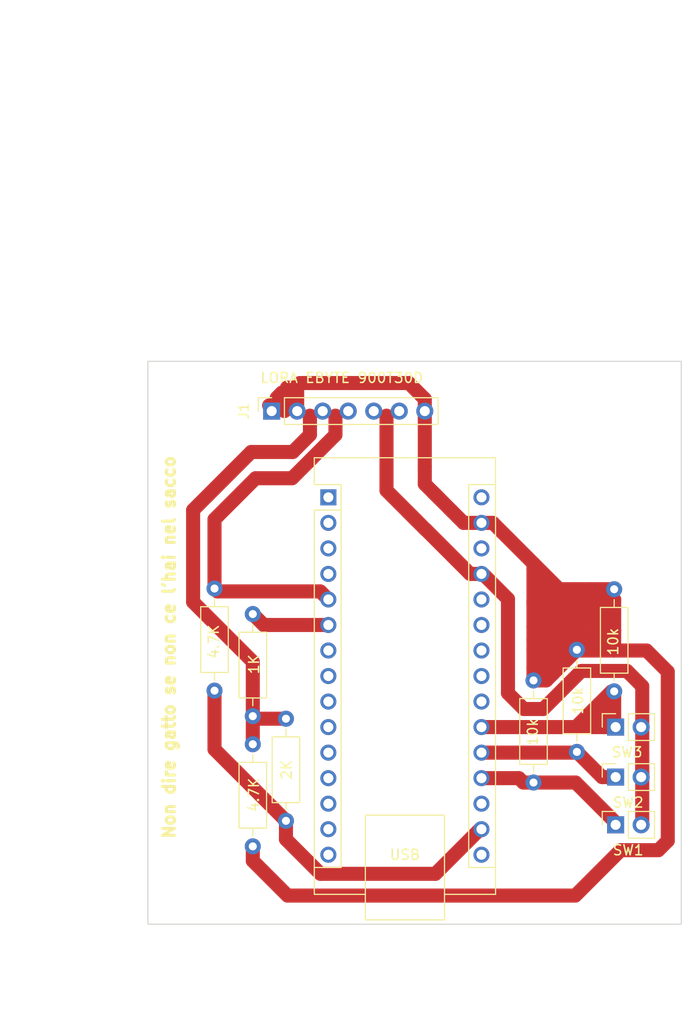
<source format=kicad_pcb>
(kicad_pcb (version 20221018) (generator pcbnew)
  (layers (0 "F.Cu" signal) (31 "B.Cu" signal) (34 "B.Paste" user) (35 "F.Paste" user) (36 "B.SilkS" user "B.Silkscreen") (37 "F.SilkS" user "F.Silkscreen") (38 "B.Mask" user) (39 "F.Mask" user) (44 "Edge.Cuts" user))
  (net 0 "")
  (net 4 "GND")
  (net 5 "Net-(A1-D2)")
  (net 6 "Net-(A1-D3)")
  (net 17 "+3.3V")
  (net 19 "Net-(A1-A0)")
  (net 20 "Net-(A1-A1)")
  (net 21 "Net-(A1-A2)")
  (net 27 "+5V")
  (net 30 "Net-(J1-Pin_3)")
  (footprint "Resistor_THT:R_Axial_DIN0207_L6.3mm_D2.5mm_P10.16mm_Horizontal" (layer "F.Cu") (at 121.438 97.917 -90)
    (fp_text reference "R8" hide)
    (fp_text value "4.7K" (at 7.583 3.188 90) (layer "F.SilkS"))
    (fp_line (start 1.04 0) (end 1.81 0) (stroke (width 0.12)) (layer "F.SilkS"))
    (fp_line (start 1.81 -1.37) (end 1.81 1.37) (stroke (width 0.12)) (layer "F.SilkS"))
    (fp_line (start 1.81 1.37) (end 8.35 1.37) (stroke (width 0.12)) (layer "F.SilkS"))
    (fp_line (start 8.35 -1.37) (end 1.81 -1.37) (stroke (width 0.12)) (layer "F.SilkS"))
    (fp_line (start 8.35 1.37) (end 8.35 -1.37) (stroke (width 0.12)) (layer "F.SilkS"))
    (fp_line (start 9.12 0) (end 8.35 0) (stroke (width 0.12)) (layer "F.SilkS"))
    (pad "1" thru_hole circle (at 0 0 270) (size 1.6 1.6) (drill 0.8) (layers "*.Cu" "*.Mask") (net 30 "Net-(J1-Pin_3)"))
    (pad "2" thru_hole oval (at 10.16 0 270) (size 1.6 1.6) (drill 0.8) (layers "*.Cu" "*.Mask") (net 17 "+3.3V"))
  )
  (footprint "Resistor_THT:R_Axial_DIN0207_L6.3mm_D2.5mm_P10.16mm_Horizontal" (layer "F.Cu") (at 150.394 101.219 90)
    (fp_text reference "R4" hide)
    (fp_text value "10k" (at 5.08 0.106 90) (layer "F.SilkS"))
    (fp_line (start 1.04 0) (end 1.81 0) (stroke (width 0.12)) (layer "F.SilkS"))
    (fp_line (start 1.81 -1.37) (end 1.81 1.37) (stroke (width 0.12)) (layer "F.SilkS"))
    (fp_line (start 1.81 1.37) (end 8.35 1.37) (stroke (width 0.12)) (layer "F.SilkS"))
    (fp_line (start 8.35 -1.37) (end 1.81 -1.37) (stroke (width 0.12)) (layer "F.SilkS"))
    (fp_line (start 8.35 1.37) (end 8.35 -1.37) (stroke (width 0.12)) (layer "F.SilkS"))
    (fp_line (start 9.12 0) (end 8.35 0) (stroke (width 0.12)) (layer "F.SilkS"))
    (pad "1" thru_hole circle (at 0 0 90) (size 1.6 1.6) (drill 0.8) (layers "*.Cu" "*.Mask") (net 20 "Net-(A1-A1)"))
    (pad "2" thru_hole oval (at 10.16 0 90) (size 1.6 1.6) (drill 0.8) (layers "*.Cu" "*.Mask") (net 4 "GND"))
  )
  (footprint "Resistor_THT:R_Axial_DIN0207_L6.3mm_D2.5mm_P10.16mm_Horizontal" (layer "F.Cu") (at 114.326 84.963 -90)
    (fp_text reference "R6" hide)
    (fp_text value "4.7K" (at 5.287 0.076 90) (layer "F.SilkS"))
    (fp_line (start 1.04 0) (end 1.81 0) (stroke (width 0.12)) (layer "F.SilkS"))
    (fp_line (start 1.81 -1.37) (end 1.81 1.37) (stroke (width 0.12)) (layer "F.SilkS"))
    (fp_line (start 1.81 1.37) (end 8.35 1.37) (stroke (width 0.12)) (layer "F.SilkS"))
    (fp_line (start 8.35 -1.37) (end 1.81 -1.37) (stroke (width 0.12)) (layer "F.SilkS"))
    (fp_line (start 8.35 1.37) (end 8.35 -1.37) (stroke (width 0.12)) (layer "F.SilkS"))
    (fp_line (start 9.12 0) (end 8.35 0) (stroke (width 0.12)) (layer "F.SilkS"))
    (pad "1" thru_hole circle (at 0 0 270) (size 1.6 1.6) (drill 0.8) (layers "*.Cu" "*.Mask") (net 5 "Net-(A1-D2)"))
    (pad "2" thru_hole oval (at 10.16 0 270) (size 1.6 1.6) (drill 0.8) (layers "*.Cu" "*.Mask") (net 17 "+3.3V"))
  )
  (footprint "MountingHole:MountingHole_2.5mm" (layer "F.Cu") (at 157.5 115)
    (fp_text reference "H4" hide)
    (fp_text value "MountingHole")
    (pad "" np_thru_hole circle (at 0 0) (size 2.5 2.5) (drill 2.5) (layers "*.Cu" "*.Mask"))
  )
  (footprint "MountingHole:MountingHole_2.5mm" (layer "F.Cu") (at 110.75 115)
    (fp_text reference "H3" hide)
    (fp_text value "MountingHole")
    (pad "" np_thru_hole circle (at 0 0) (size 2.5 2.5) (drill 2.5) (layers "*.Cu" "*.Mask"))
  )
  (footprint "Resistor_THT:R_Axial_DIN0207_L6.3mm_D2.5mm_P10.16mm_Horizontal" (layer "F.Cu") (at 118.136 87.503 -90)
    (fp_text reference "R9" hide)
    (fp_text value "1K" (at 4.997 -0.114 90) (layer "F.SilkS"))
    (fp_line (start 1.04 0) (end 1.81 0) (stroke (width 0.12)) (layer "F.SilkS"))
    (fp_line (start 1.81 -1.37) (end 1.81 1.37) (stroke (width 0.12)) (layer "F.SilkS"))
    (fp_line (start 1.81 1.37) (end 8.35 1.37) (stroke (width 0.12)) (layer "F.SilkS"))
    (fp_line (start 8.35 -1.37) (end 1.81 -1.37) (stroke (width 0.12)) (layer "F.SilkS"))
    (fp_line (start 8.35 1.37) (end 8.35 -1.37) (stroke (width 0.12)) (layer "F.SilkS"))
    (fp_line (start 9.12 0) (end 8.35 0) (stroke (width 0.12)) (layer "F.SilkS"))
    (pad "1" thru_hole circle (at 0 0 270) (size 1.6 1.6) (drill 0.8) (layers "*.Cu" "*.Mask") (net 6 "Net-(A1-D3)"))
    (pad "2" thru_hole oval (at 10.16 0 270) (size 1.6 1.6) (drill 0.8) (layers "*.Cu" "*.Mask") (net 30 "Net-(J1-Pin_3)"))
  )
  (footprint "Connector_PinSocket_2.54mm:PinSocket_1x07_P2.54mm_Vertical" (layer "F.Cu") (at 120.015 67.31 90)
    (fp_text reference "J1" (at 0 -2.77 90) (layer "F.SilkS"))
    (fp_text value "LORA EBYTE 900T30D" (at 3.31 6.985 180) (layer "F.SilkS"))
    (fp_line (start -1.33 1.27) (end -1.33 16.57) (stroke (width 0.12)) (layer "F.SilkS"))
    (fp_line (start -1.33 1.27) (end 1.33 1.27) (stroke (width 0.12)) (layer "F.SilkS"))
    (fp_line (start -1.33 16.57) (end 1.33 16.57) (stroke (width 0.12)) (layer "F.SilkS"))
    (fp_line (start 0 -1.33) (end 1.33 -1.33) (stroke (width 0.12)) (layer "F.SilkS"))
    (fp_line (start 1.33 -1.33) (end 1.33 0) (stroke (width 0.12)) (layer "F.SilkS"))
    (fp_line (start 1.33 1.27) (end 1.33 16.57) (stroke (width 0.12)) (layer "F.SilkS"))
    (pad "1" thru_hole rect (at 0 0 90) (size 1.7 1.7) (drill 1) (layers "*.Cu" "*.Mask") (net 4 "GND"))
    (pad "2" thru_hole oval (at 0 2.54 90) (size 1.7 1.7) (drill 1) (layers "*.Cu" "*.Mask") (net 4 "GND"))
    (pad "3" thru_hole oval (at 0 5.08 90) (size 1.7 1.7) (drill 1) (layers "*.Cu" "*.Mask") (net 30 "Net-(J1-Pin_3)"))
    (pad "4" thru_hole oval (at 0 7.62 90) (size 1.7 1.7) (drill 1) (layers "*.Cu" "*.Mask") (net 5 "Net-(A1-D2)"))
    (pad "5" thru_hole oval (at 0 10.16 90) (size 1.7 1.7) (drill 1) (layers "*.Cu" "*.Mask"))
    (pad "6" thru_hole oval (at 0 12.7 90) (size 1.7 1.7) (drill 1) (layers "*.Cu" "*.Mask") (net 27 "+5V"))
    (pad "7" thru_hole oval (at 0 15.24 90) (size 1.7 1.7) (drill 1) (layers "*.Cu" "*.Mask") (net 4 "GND"))
  )
  (footprint "Connector_PinSocket_2.54mm:PinSocket_1x02_P2.54mm_Vertical" (layer "F.Cu") (at 154.25 108.475 90)
    (fp_text reference "SW1" (at -2.525 1.25 180) (layer "F.SilkS"))
    (fp_text value "SW_DIP_x01" hide)
    (fp_line (start -1.33 1.27) (end -1.33 3.87) (stroke (width 0.12)) (layer "F.SilkS"))
    (fp_line (start -1.33 1.27) (end 1.33 1.27) (stroke (width 0.12)) (layer "F.SilkS"))
    (fp_line (start -1.33 3.87) (end 1.33 3.87) (stroke (width 0.12)) (layer "F.SilkS"))
    (fp_line (start 0 -1.33) (end 1.33 -1.33) (stroke (width 0.12)) (layer "F.SilkS"))
    (fp_line (start 1.33 -1.33) (end 1.33 0) (stroke (width 0.12)) (layer "F.SilkS"))
    (fp_line (start 1.33 1.27) (end 1.33 3.87) (stroke (width 0.12)) (layer "F.SilkS"))
    (pad "1" thru_hole rect (at 0 0 90) (size 1.7 1.7) (drill 1) (layers "*.Cu" "*.Mask") (net 19 "Net-(A1-A0)"))
    (pad "2" thru_hole oval (at 0 2.54 90) (size 1.7 1.7) (drill 1) (layers "*.Cu" "*.Mask") (net 27 "+5V"))
  )
  (footprint "Connector_PinSocket_2.54mm:PinSocket_1x02_P2.54mm_Vertical" (layer "F.Cu") (at 154.25 103.725 90)
    (fp_text reference "SW2" (at -2.525 1.25) (layer "F.SilkS"))
    (fp_text value "SW_DIP_x01" hide)
    (fp_line (start -1.33 1.27) (end -1.33 3.87) (stroke (width 0.12)) (layer "F.SilkS"))
    (fp_line (start -1.33 1.27) (end 1.33 1.27) (stroke (width 0.12)) (layer "F.SilkS"))
    (fp_line (start -1.33 3.87) (end 1.33 3.87) (stroke (width 0.12)) (layer "F.SilkS"))
    (fp_line (start 0 -1.33) (end 1.33 -1.33) (stroke (width 0.12)) (layer "F.SilkS"))
    (fp_line (start 1.33 -1.33) (end 1.33 0) (stroke (width 0.12)) (layer "F.SilkS"))
    (fp_line (start 1.33 1.27) (end 1.33 3.87) (stroke (width 0.12)) (layer "F.SilkS"))
    (pad "1" thru_hole rect (at 0 0 90) (size 1.7 1.7) (drill 1) (layers "*.Cu" "*.Mask") (net 20 "Net-(A1-A1)"))
    (pad "2" thru_hole oval (at 0 2.54 90) (size 1.7 1.7) (drill 1) (layers "*.Cu" "*.Mask") (net 27 "+5V"))
  )
  (footprint "MountingHole:MountingHole_2.5mm" (layer "F.Cu") (at 110.75 65.5)
    (fp_text reference "H2" hide)
    (fp_text value "MountingHole")
    (pad "" np_thru_hole circle (at 0 0) (size 2.5 2.5) (drill 2.5) (layers "*.Cu" "*.Mask"))
  )
  (footprint "Resistor_THT:R_Axial_DIN0207_L6.3mm_D2.5mm_P10.16mm_Horizontal" (layer "F.Cu") (at 146.076 104.267 90)
    (fp_text reference "R1" hide)
    (fp_text value "10k" (at 5.017 -0.076 90) (layer "F.SilkS"))
    (fp_line (start 1.04 0) (end 1.81 0) (stroke (width 0.12)) (layer "F.SilkS"))
    (fp_line (start 1.81 -1.37) (end 1.81 1.37) (stroke (width 0.12)) (layer "F.SilkS"))
    (fp_line (start 1.81 1.37) (end 8.35 1.37) (stroke (width 0.12)) (layer "F.SilkS"))
    (fp_line (start 8.35 -1.37) (end 1.81 -1.37) (stroke (width 0.12)) (layer "F.SilkS"))
    (fp_line (start 8.35 1.37) (end 8.35 -1.37) (stroke (width 0.12)) (layer "F.SilkS"))
    (fp_line (start 9.12 0) (end 8.35 0) (stroke (width 0.12)) (layer "F.SilkS"))
    (pad "1" thru_hole circle (at 0 0 90) (size 1.6 1.6) (drill 0.8) (layers "*.Cu" "*.Mask") (net 19 "Net-(A1-A0)"))
    (pad "2" thru_hole oval (at 10.16 0 90) (size 1.6 1.6) (drill 0.8) (layers "*.Cu" "*.Mask") (net 4 "GND"))
  )
  (footprint "Module:Arduino_Nano" (layer "F.Cu") (at 125.658 75.891)
    (fp_text reference "A1" hide)
    (fp_text value "Arduino_Nano_Every")
    (fp_text user "USB" (at 7.62 35.56 unlocked) (layer "F.SilkS"))
    (fp_line (start -1.4 -3.94) (end -1.4 -1.27) (stroke (width 0.12)) (layer "F.SilkS"))
    (fp_line (start -1.4 1.27) (end -1.4 39.5) (stroke (width 0.12)) (layer "F.SilkS"))
    (fp_line (start -1.4 39.5) (end 3.68 39.5) (stroke (width 0.12)) (layer "F.SilkS"))
    (fp_line (start 1.27 -1.27) (end -1.4 -1.27) (stroke (width 0.12)) (layer "F.SilkS"))
    (fp_line (start 1.27 1.27) (end -1.4 1.27) (stroke (width 0.12)) (layer "F.SilkS"))
    (fp_line (start 1.27 1.27) (end 1.27 -1.27) (stroke (width 0.12)) (layer "F.SilkS"))
    (fp_line (start 1.27 1.27) (end 1.27 36.83) (stroke (width 0.12)) (layer "F.SilkS"))
    (fp_line (start 1.27 36.83) (end -1.4 36.83) (stroke (width 0.12)) (layer "F.SilkS"))
    (fp_line (start 3.68 31.62) (end 11.56 31.62) (stroke (width 0.12)) (layer "F.SilkS"))
    (fp_line (start 3.68 42.04) (end 3.68 31.62) (stroke (width 0.12)) (layer "F.SilkS"))
    (fp_line (start 11.56 31.62) (end 11.56 42.04) (stroke (width 0.12)) (layer "F.SilkS"))
    (fp_line (start 11.56 42.04) (end 3.68 42.04) (stroke (width 0.12)) (layer "F.SilkS"))
    (fp_line (start 13.97 -1.27) (end 13.97 36.83) (stroke (width 0.12)) (layer "F.SilkS"))
    (fp_line (start 13.97 -1.27) (end 16.64 -1.27) (stroke (width 0.12)) (layer "F.SilkS"))
    (fp_line (start 13.97 36.83) (end 16.64 36.83) (stroke (width 0.12)) (layer "F.SilkS"))
    (fp_line (start 16.64 -3.94) (end -1.4 -3.94) (stroke (width 0.12)) (layer "F.SilkS"))
    (fp_line (start 16.64 39.5) (end 11.56 39.5) (stroke (width 0.12)) (layer "F.SilkS"))
    (fp_line (start 16.64 39.5) (end 16.64 -3.94) (stroke (width 0.12)) (layer "F.SilkS"))
    (pad "1" thru_hole rect (at 0 0) (size 1.6 1.6) (drill 1) (layers "*.Cu" "*.Mask"))
    (pad "2" thru_hole oval (at 0 2.54) (size 1.6 1.6) (drill 1) (layers "*.Cu" "*.Mask"))
    (pad "3" thru_hole oval (at 0 5.08) (size 1.6 1.6) (drill 1) (layers "*.Cu" "*.Mask"))
    (pad "4" thru_hole oval (at 0 7.62) (size 1.6 1.6) (drill 1) (layers "*.Cu" "*.Mask") (net 4 "GND"))
    (pad "5" thru_hole oval (at 0 10.16) (size 1.6 1.6) (drill 1) (layers "*.Cu" "*.Mask") (net 5 "Net-(A1-D2)"))
    (pad "6" thru_hole oval (at 0 12.7) (size 1.6 1.6) (drill 1) (layers "*.Cu" "*.Mask") (net 6 "Net-(A1-D3)"))
    (pad "7" thru_hole oval (at 0 15.24) (size 1.6 1.6) (drill 1) (layers "*.Cu" "*.Mask"))
    (pad "8" thru_hole oval (at 0 17.78) (size 1.6 1.6) (drill 1) (layers "*.Cu" "*.Mask"))
    (pad "9" thru_hole oval (at 0 20.32) (size 1.6 1.6) (drill 1) (layers "*.Cu" "*.Mask"))
    (pad "10" thru_hole oval (at 0 22.86) (size 1.6 1.6) (drill 1) (layers "*.Cu" "*.Mask"))
    (pad "11" thru_hole oval (at 0 25.4) (size 1.6 1.6) (drill 1) (layers "*.Cu" "*.Mask"))
    (pad "12" thru_hole oval (at 0 27.94) (size 1.6 1.6) (drill 1) (layers "*.Cu" "*.Mask"))
    (pad "13" thru_hole oval (at 0 30.48) (size 1.6 1.6) (drill 1) (layers "*.Cu" "*.Mask"))
    (pad "14" thru_hole oval (at 0 33.02) (size 1.6 1.6) (drill 1) (layers "*.Cu" "*.Mask"))
    (pad "15" thru_hole oval (at 0 35.56) (size 1.6 1.6) (drill 1) (layers "*.Cu" "*.Mask"))
    (pad "16" thru_hole oval (at 15.24 35.56) (size 1.6 1.6) (drill 1) (layers "*.Cu" "*.Mask"))
    (pad "17" thru_hole oval (at 15.24 33.02) (size 1.6 1.6) (drill 1) (layers "*.Cu" "*.Mask") (net 17 "+3.3V"))
    (pad "18" thru_hole oval (at 15.24 30.48) (size 1.6 1.6) (drill 1) (layers "*.Cu" "*.Mask"))
    (pad "19" thru_hole oval (at 15.24 27.94) (size 1.6 1.6) (drill 1) (layers "*.Cu" "*.Mask") (net 19 "Net-(A1-A0)"))
    (pad "20" thru_hole oval (at 15.24 25.4) (size 1.6 1.6) (drill 1) (layers "*.Cu" "*.Mask") (net 20 "Net-(A1-A1)"))
    (pad "21" thru_hole oval (at 15.24 22.86) (size 1.6 1.6) (drill 1) (layers "*.Cu" "*.Mask") (net 21 "Net-(A1-A2)"))
    (pad "22" thru_hole oval (at 15.24 20.32) (size 1.6 1.6) (drill 1) (layers "*.Cu" "*.Mask"))
    (pad "23" thru_hole oval (at 15.24 17.78) (size 1.6 1.6) (drill 1) (layers "*.Cu" "*.Mask"))
    (pad "24" thru_hole oval (at 15.24 15.24) (size 1.6 1.6) (drill 1) (layers "*.Cu" "*.Mask"))
    (pad "25" thru_hole oval (at 15.24 12.7) (size 1.6 1.6) (drill 1) (layers "*.Cu" "*.Mask"))
    (pad "26" thru_hole oval (at 15.24 10.16) (size 1.6 1.6) (drill 1) (layers "*.Cu" "*.Mask"))
    (pad "27" thru_hole oval (at 15.24 7.62) (size 1.6 1.6) (drill 1) (layers "*.Cu" "*.Mask") (net 27 "+5V"))
    (pad "28" thru_hole oval (at 15.24 5.08) (size 1.6 1.6) (drill 1) (layers "*.Cu" "*.Mask"))
    (pad "29" thru_hole oval (at 15.24 2.54) (size 1.6 1.6) (drill 1) (layers "*.Cu" "*.Mask") (net 4 "GND"))
    (pad "30" thru_hole oval (at 15.24 0) (size 1.6 1.6) (drill 1) (layers "*.Cu" "*.Mask"))
  )
  (footprint "Resistor_THT:R_Axial_DIN0207_L6.3mm_D2.5mm_P10.16mm_Horizontal" (layer "F.Cu") (at 154.106 95.195 90)
    (fp_text reference "R5" hide)
    (fp_text value "10k" (at 4.945 -0.106 90) (layer "F.SilkS"))
    (fp_line (start 1.04 0) (end 1.81 0) (stroke (width 0.12)) (layer "F.SilkS"))
    (fp_line (start 1.81 -1.37) (end 1.81 1.37) (stroke (width 0.12)) (layer "F.SilkS"))
    (fp_line (start 1.81 1.37) (end 8.35 1.37) (stroke (width 0.12)) (layer "F.SilkS"))
    (fp_line (start 8.35 -1.37) (end 1.81 -1.37) (stroke (width 0.12)) (layer "F.SilkS"))
    (fp_line (start 8.35 1.37) (end 8.35 -1.37) (stroke (width 0.12)) (layer "F.SilkS"))
    (fp_line (start 9.12 0) (end 8.35 0) (stroke (width 0.12)) (layer "F.SilkS"))
    (pad "1" thru_hole circle (at 0 0 90) (size 1.6 1.6) (drill 0.8) (layers "*.Cu" "*.Mask") (net 21 "Net-(A1-A2)"))
    (pad "2" thru_hole oval (at 10.16 0 90) (size 1.6 1.6) (drill 0.8) (layers "*.Cu" "*.Mask") (net 4 "GND"))
  )
  (footprint "Connector_PinSocket_2.54mm:PinSocket_1x02_P2.54mm_Vertical" (layer "F.Cu") (at 154.25 98.75 90)
    (fp_text reference "SW3" (at -2.499 1.14 180) (layer "F.SilkS"))
    (fp_text value "SW_DIP_x01" hide)
    (fp_line (start -1.33 1.27) (end -1.33 3.87) (stroke (width 0.12)) (layer "F.SilkS"))
    (fp_line (start -1.33 1.27) (end 1.33 1.27) (stroke (width 0.12)) (layer "F.SilkS"))
    (fp_line (start -1.33 3.87) (end 1.33 3.87) (stroke (width 0.12)) (layer "F.SilkS"))
    (fp_line (start 0 -1.33) (end 1.33 -1.33) (stroke (width 0.12)) (layer "F.SilkS"))
    (fp_line (start 1.33 -1.33) (end 1.33 0) (stroke (width 0.12)) (layer "F.SilkS"))
    (fp_line (start 1.33 1.27) (end 1.33 3.87) (stroke (width 0.12)) (layer "F.SilkS"))
    (pad "1" thru_hole rect (at 0 0 90) (size 1.7 1.7) (drill 1) (layers "*.Cu" "*.Mask") (net 21 "Net-(A1-A2)"))
    (pad "2" thru_hole oval (at 0 2.54 90) (size 1.7 1.7) (drill 1) (layers "*.Cu" "*.Mask") (net 27 "+5V"))
  )
  (footprint "MountingHole:MountingHole_2.5mm" (layer "F.Cu") (at 157.5 65)
    (fp_text reference "H1" hide)
    (fp_text value "MountingHole")
    (pad "" np_thru_hole circle (at 0 0) (size 2.5 2.5) (drill 2.5) (layers "*.Cu" "*.Mask"))
  )
  (footprint "Resistor_THT:R_Axial_DIN0207_L6.3mm_D2.5mm_P10.16mm_Horizontal" (layer "F.Cu") (at 118.136 110.617 90)
    (fp_text reference "R10" hide)
    (fp_text value "2K" (at 7.617 3.364 90) (layer "F.SilkS"))
    (fp_line (start 1.04 0) (end 1.81 0) (stroke (width 0.12)) (layer "F.SilkS"))
    (fp_line (start 1.81 -1.37) (end 1.81 1.37) (stroke (width 0.12)) (layer "F.SilkS"))
    (fp_line (start 1.81 1.37) (end 8.35 1.37) (stroke (width 0.12)) (layer "F.SilkS"))
    (fp_line (start 8.35 -1.37) (end 1.81 -1.37) (stroke (width 0.12)) (layer "F.SilkS"))
    (fp_line (start 8.35 1.37) (end 8.35 -1.37) (stroke (width 0.12)) (layer "F.SilkS"))
    (fp_line (start 9.12 0) (end 8.35 0) (stroke (width 0.12)) (layer "F.SilkS"))
    (pad "1" thru_hole circle (at 0 0 90) (size 1.6 1.6) (drill 0.8) (layers "*.Cu" "*.Mask") (net 4 "GND"))
    (pad "2" thru_hole oval (at 10.16 0 90) (size 1.6 1.6) (drill 0.8) (layers "*.Cu" "*.Mask") (net 30 "Net-(J1-Pin_3)"))
  )
  (gr_rect (start 107.696 62.357) (end 160.782 118.364) (stroke (width 0.1)) (fill none) (layer "Edge.Cuts"))
  (gr_text "Non dire gatto se non ce l'hai nel sacco" (at 110.5 110 90) (layer "F.SilkS") (effects (font (size 1.2 1.2) (thickness 0.3) bold) (justify left bottom)))
  (segment (start 147.346 94.107) (end 146.076 94.107) (width 1.4) (layer "F.Cu") (net 4))
  (segment (start 151.791 89.662) (end 147.981 93.472) (width 1.4) (layer "F.Cu") (net 4))
  (segment (start 147.854 88.265) (end 147.854 87.731) (width 1.4) (layer "F.Cu") (net 4))
  (segment (start 135.255 66.107919) (end 133.663081 64.516) (width 1.4) (layer "F.Cu") (net 4))
  (segment (start 135.255 67.31) (end 135.255 66.107919) (width 1.4) (layer "F.Cu") (net 4))
  (segment (start 121.285 66.747) (end 119.761 66.747) (width 1.4) (layer "F.Cu") (net 4))
  (segment (start 150.648 88.265) (end 150.876 88.265) (width 1.4) (layer "F.Cu") (net 4))
  (segment (start 148.87 88.265) (end 148.87 87.985) (width 1.4) (layer "F.Cu") (net 4))
  (segment (start 153.188 87.321) (end 153.188 88.265) (width 1.4) (layer "F.Cu") (net 4))
  (segment (start 146.076 82.47763) (end 142.02937 78.431) (width 1.4) (layer "F.Cu") (net 4))
  (segment (start 153.272 90.297) (end 151.156 90.297) (width 1.4) (layer "F.Cu") (net 4))
  (segment (start 146.076 88.773) (end 146.076 86.233) (width 1.4) (layer "F.Cu") (net 4))
  (segment (start 146.626 85.683) (end 147.274 85.035) (width 1.4) (layer "F.Cu") (net 4))
  (segment (start 139.12 78.431) (end 137.977 77.288) (width 1.4) (layer "F.Cu") (net 4))
  (segment (start 147.274 85.035) (end 148.01 85.035) (width 1.4) (layer "F.Cu") (net 4))
  (segment (start 148.87 86.969) (end 150.804 85.035) (width 1.4) (layer "F.Cu") (net 4))
  (segment (start 154.106 85.035) (end 153.598 85.543) (width 1.4) (layer "F.Cu") (net 4))
  (segment (start 121.539 64.969) (end 121.793 64.969) (width 1.4) (layer "F.Cu") (net 4))
  (segment (start 146.076 92.837) (end 146.076 94.107) (width 1.4) (layer "F.Cu") (net 4))
  (segment (start 147.854 89.662) (end 147.854 92.583) (width 1.4) (layer "F.Cu") (net 4))
  (segment (start 146.076 86.233) (end 146.076 83.003) (width 1.4) (layer "F.Cu") (net 4))
  (segment (start 153.598 85.543) (end 153.188 85.953) (width 1.4) (layer "F.Cu") (net 4))
  (segment (start 146.076 83.003) (end 146.076 82.47763) (width 1.4) (layer "F.Cu") (net 4))
  (segment (start 121.031 65.477) (end 121.285 65.477) (width 1.4) (layer "F.Cu") (net 4))
  (segment (start 146.457 89.662) (end 146.076 90.043) (width 1.4) (layer "F.Cu") (net 4))
  (segment (start 120.523 65.985) (end 121.031 65.477) (width 1.4) (layer "F.Cu") (net 4))
  (segment (start 153.188 85.953) (end 153.188 87.321) (width 1.4) (layer "F.Cu") (net 4))
  (segment (start 150.394 91.059) (end 151.791 89.662) (width 1.4) (layer "F.Cu") (net 4))
  (segment (start 122.555 65.024) (end 122.555 66.294) (width 1.4) (layer "F.Cu") (net 4))
  (segment (start 154.106 91.131) (end 153.272 90.297) (width 1.4) (layer "F.Cu") (net 4))
  (segment (start 147.854 93.345) (end 147.981 93.472) (width 1.4) (layer "F.Cu") (net 4))
  (segment (start 148.616 90.297) (end 148.616 91.821) (width 1.4) (layer "F.Cu") (net 4))
  (segment (start 148.87 88.265) (end 149.86 88.265) (width 1.4) (layer "F.Cu") (net 4))
  (segment (start 133.663081 64.516) (end 123.063 64.516) (width 1.4) (layer "F.Cu") (net 4))
  (segment (start 146.584 93.345) (end 146.076 92.837) (width 1.4) (layer "F.Cu") (net 4))
  (segment (start 147.854 88.265) (end 146.076 90.043) (width 1.4) (layer "F.Cu") (net 4))
  (segment (start 146.076 90.043) (end 146.076 88.773) (width 1.4) (layer "F.Cu") (net 4))
  (segment (start 121.285 66.04) (end 121.793 65.532) (width 1.4) (layer "F.Cu") (net 4))
  (segment (start 137.977 77.288) (end 136.707 76.018) (width 1.4) (layer "F.Cu") (net 4))
  (segment (start 121.031 66.294) (end 120.777 66.548) (width 1.4) (layer "F.Cu") (net 4))
  (segment (start 150.648 88.265) (end 148.87 88.265) (width 1.4) (layer "F.Cu") (net 4))
  (segment (start 159.44 93.241416) (end 159.44 110.06) (width 1.4) (layer "F.Cu") (net 4))
  (segment (start 148.616 91.821) (end 147.854 92.583) (width 1.4) (layer "F.Cu") (net 4))
  (segment (start 151.791 89.662) (end 153.188 88.265) (width 1.4) (layer "F.Cu") (net 4))
  (segment (start 154.75 111) (end 150.235 115.515) (width 1.4) (layer "F.Cu") (net 4))
  (segment (start 148.616 90.297) (end 151.156 90.297) (width 1.4) (layer "F.Cu") (net 4))
  (segment (start 148.01 84.937) (end 146.076 83.003) (width 1.4) (layer "F.Cu") (net 4))
  (segment (start 135.255 74.566) (end 136.707 76.018) (width 1.4) (layer "F.Cu") (net 4))
  (segment (start 150.804 85.035) (end 148.63337 85.035) (width 1.4) (layer "F.Cu") (net 4))
  (segment (start 140.898 78.431) (end 139.12 78.431) (width 1.4) (layer "F.Cu") (net 4))
  (segment (start 147.854 91.059) (end 148.616 91.059) (width 1.4) (layer "F.Cu") (net 4))
  (segment (start 154.106 91.131) (end 157.329584 91.131) (width 1.4) (layer "F.Cu") (net 4))
  (segment (start 149.86 88.265) (end 151.566 86.559) (width 1.4) (layer "F.Cu") (net 4))
  (segment (start 136.707 76.018) (end 136.072 75.383) (width 1.4) (layer "F.Cu") (net 4))
  (segment (start 118.136 112.057) (end 118.136 110.617) (width 1.4) (layer "F.Cu") (net 4))
  (segment (start 147.079 87.49) (end 146.076 86.487) (width 1.4) (layer "F.Cu") (net 4))
  (segment (start 154.106 91.131) (end 154.106 89.183) (width 1.4) (layer "F.Cu") (net 4))
  (segment (start 148.01 85.035) (end 148.01 84.937) (width 1.4) (layer "F.Cu") (net 4))
  (segment (start 135.255 72.843) (end 135.255 74.566) (width 1.4) (layer "F.Cu") (net 4))
  (segment (start 146.076 94.107) (end 149.052 91.131) (width 1.4) (layer "F.Cu") (net 4))
  (segment (start 148.616 91.059) (end 146.076 91.059) (width 1.4) (layer "F.Cu") (net 4))
  (segment (start 122.555 66.294) (end 122.555 67.31) (width 1.4) (layer "F.Cu") (net 4))
  (segment (start 151.156 90.297) (end 151.791 89.662) (width 1.4) (layer "F.Cu") (net 4))
  (segment (start 154.106 85.035) (end 151.82 85.035) (width 1.4) (layer "F.Cu") (net 4))
  (segment (start 151.566 86.559) (end 152.426 86.559) (width 1.4) (layer "F.Cu") (net 4))
  (segment (start 121.793 65.532) (end 122.809 64.516) (width 1.4) (layer "F.Cu") (net 4))
  (segment (start 148.616 91.059) (end 150.394 91.059) (width 1.4) (layer "F.Cu") (net 4))
  (segment (start 148.63337 85.035) (end 146.076 82.47763) (width 1.4) (layer "F.Cu") (net 4))
  (segment (start 148.87 88.265) (end 146.584 88.265) (width 1.4) (layer "F.Cu") (net 4))
  (segment (start 153.188 85.953) (end 146.896 85.953) (width 1.4) (layer "F.Cu") (net 4))
  (segment (start 148.87 88.265) (end 148.87 86.969) (width 1.4) (layer "F.Cu") (net 4))
  (segment (start 157.329584 91.131) (end 159.44 93.241416) (width 1.4) (layer "F.Cu") (net 4))
  (segment (start 147.854 92.583) (end 147.854 93.345) (width 1.4) (layer "F.Cu") (net 4))
  (segment (start 147.981 93.472) (end 147.346 94.107) (width 1.4) (layer "F.Cu") (net 4))
  (segment (start 158.5 111) (end 154.75 111) (width 1.4) (layer "F.Cu") (net 4))
  (segment (start 152.637 89.662) (end 151.791 89.662) (width 1.4) (layer "F.Cu") (net 4))
  (segment (start 146.076 86.233) (end 146.626 85.683) (width 1.4) (layer "F.Cu") (net 4))
  (segment (start 146.584 88.265) (end 146.076 88.773) (width 1.4) (layer "F.Cu") (net 4))
  (segment (start 135.255 67.31) (end 135.255 72.843) (width 1.4) (layer "F.Cu") (net 4))
  (segment (start 154.106 86.051) (end 153.598 85.543) (width 1.4) (layer "F.Cu") (net 4))
  (segment (start 120.015 67.31) (end 120.777 66.548) (width 1.4) (layer "F.Cu") (net 4))
  (segment (start 152.426 86.559) (end 153.188 87.321) (width 1.4) (layer "F.Cu") (net 4))
  (segment (start 149.026 86.559) (end 151.566 86.559) (width 1.4) (layer "F.Cu") (net 4))
  (segment (start 150.876 88.265) (end 153.188 85.953) (width 1.4) (layer "F.Cu") (net 4))
  (segment (start 148.616 90.297) (end 150.648 88.265) (width 1.4) (layer "F.Cu") (net 4))
  (segment (start 147.854 88.265) (end 147.079 87.49) (width 1.4) (layer "F.Cu") (net 4))
  (segment (start 147.854 93.345) (end 146.584 93.345) (width 1.4) (layer "F.Cu") (net 4))
  (segment (start 147.854 87.731) (end 149.026 86.559) (width 1.4) (layer "F.Cu") (net 4))
  (segment (start 154.106 89.183) (end 153.188 88.265) (width 1.4) (layer "F.Cu") (net 4))
  (segment (start 151.791 89.662) (end 147.854 89.662) (width 1.4) (layer "F.Cu") (net 4))
  (segment (start 146.076 92.837) (end 146.076 91.059) (width 1.4) (layer "F.Cu") (net 4))
  (segment (start 148.87 87.985) (end 151.82 85.035) (width 1.4) (layer "F.Cu") (net 4))
  (segment (start 148.01 85.035) (end 148.01 86.559) (width 1.4) (layer "F.Cu") (net 4))
  (segment (start 121.285 67.31) (end 121.285 66.04) (width 1.4) (layer "F.Cu") (net 4))
  (segment (start 121.594 115.515) (end 118.136 112.057) (width 1.4) (layer "F.Cu") (net 4))
  (segment (start 147.854 91.059) (end 146.076 92.837) (width 1.4) (layer "F.Cu") (net 4))
  (segment (start 154.106 89.183) (end 154.106 86.051) (width 1.4) (layer "F.Cu") (net 4))
  (segment (start 146.896 85.953) (end 146.626 85.683) (width 1.4) (layer "F.Cu") (net 4))
  (segment (start 148.01 86.559) (end 149.026 86.559) (width 1.4) (layer "F.Cu") (net 4))
  (segment (start 148.01 85.035) (end 154.106 85.035) (width 1.4) (layer "F.Cu") (net 4))
  (segment (start 148.01 86.559) (end 147.079 87.49) (width 1.4) (layer "F.Cu") (net 4))
  (segment (start 153.188 88.265) (end 150.648 88.265) (width 1.4) (layer "F.Cu") (net 4))
  (segment (start 146.076 91.059) (end 146.076 90.043) (width 1.4) (layer "F.Cu") (net 4))
  (segment (start 148.616 91.059) (end 148.616 90.297) (width 1.4) (layer "F.Cu") (net 4))
  (segment (start 121.793 64.969) (end 121.285 65.477) (width 1.4) (layer "F.Cu") (net 4))
  (segment (start 149.052 91.131) (end 154.106 91.131) (width 1.4) (layer "F.Cu") (net 4))
  (segment (start 148.87 88.265) (end 147.854 88.265) (width 1.4) (layer "F.Cu") (net 4))
  (segment (start 142.02937 78.431) (end 140.898 78.431) (width 1.4) (layer "F.Cu") (net 4))
  (segment (start 146.076 86.487) (end 146.076 86.233) (width 1.4) (layer "F.Cu") (net 4))
  (segment (start 147.854 89.662) (end 146.457 89.662) (width 1.4) (layer "F.Cu") (net 4))
  (segment (start 154.106 91.131) (end 152.637 89.662) (width 1.4) (layer "F.Cu") (net 4))
  (segment (start 150.235 115.515) (end 121.594 115.515) (width 1.4) (layer "F.Cu") (net 4))
  (segment (start 159.44 110.06) (end 158.5 111) (width 1.4) (layer "F.Cu") (net 4))
  (segment (start 151.82 85.035) (end 150.804 85.035) (width 1.4) (layer "F.Cu") (net 4))
  (segment (start 118.414 73.991) (end 114.326 78.079) (width 1.4) (layer "F.Cu") (net 5))
  (segment (start 114.326 78.079) (end 114.326 84.963) (width 1.4) (layer "F.Cu") (net 5))
  (segment (start 124.858001 85.251001) (end 114.614001 85.251001) (width 1.4) (layer "F.Cu") (net 5))
  (segment (start 118.414 73.991) (end 122.047584 73.991) (width 1.4) (layer "F.Cu") (net 5))
  (segment (start 125.658 86.051) (end 124.858001 85.251001) (width 1.4) (layer "F.Cu") (net 5))
  (segment (start 122.047584 73.991) (end 126.365 69.673584) (width 1.4) (layer "F.Cu") (net 5))
  (segment (start 126.365 69.673584) (end 126.365 67.763) (width 1.4) (layer "F.Cu") (net 5))
  (segment (start 114.614001 85.251001) (end 114.326 84.963) (width 1.4) (layer "F.Cu") (net 5))
  (segment (start 119.224 88.591) (end 125.658 88.591) (width 1.4) (layer "F.Cu") (net 6))
  (segment (start 118.136 87.503) (end 119.224 88.591) (width 1.4) (layer "F.Cu") (net 6))
  (segment (start 140.750994 108.911) (end 140.898 108.911) (width 1.4) (layer "F.Cu") (net 17))
  (segment (start 114.326 95.123) (end 114.326 100.965) (width 1.4) (layer "F.Cu") (net 17))
  (segment (start 136.310994 113.351) (end 140.750994 108.911) (width 1.4) (layer "F.Cu") (net 17))
  (segment (start 121.438 109.918006) (end 124.870994 113.351) (width 1.4) (layer "F.Cu") (net 17))
  (segment (start 121.438 108.077) (end 121.438 109.918006) (width 1.4) (layer "F.Cu") (net 17))
  (segment (start 114.326 100.965) (end 121.438 108.077) (width 1.4) (layer "F.Cu") (net 17))
  (segment (start 124.870994 113.351) (end 136.310994 113.351) (width 1.4) (layer "F.Cu") (net 17))
  (segment (start 144.624 103.831) (end 145.06 104.267) (width 1.4) (layer "F.Cu") (net 19))
  (segment (start 140.898 103.831) (end 144.624 103.831) (width 1.4) (layer "F.Cu") (net 19))
  (segment (start 150.267 104.267) (end 154.38 108.38) (width 1.4) (layer "F.Cu") (net 19))
  (segment (start 145.06 104.267) (end 150.267 104.267) (width 1.4) (layer "F.Cu") (net 19))
  (segment (start 150.394 101.219) (end 152.9 103.725) (width 1.4) (layer "F.Cu") (net 20))
  (segment (start 140.898 101.291) (end 150.322 101.291) (width 1.4) (layer "F.Cu") (net 20))
  (segment (start 150.322 101.291) (end 150.394 101.219) (width 1.4) (layer "F.Cu") (net 20))
  (segment (start 152.9 103.725) (end 154.25 103.725) (width 1.4) (layer "F.Cu") (net 20))
  (segment (start 149.28 98.751) (end 153.09 98.751) (width 1.4) (layer "F.Cu") (net 21))
  (segment (start 153.09 96.973) (end 152.582 96.465) (width 1.4) (layer "F.Cu") (net 21))
  (segment (start 153.09 98.751) (end 151.947 97.608) (width 1.4) (layer "F.Cu") (net 21))
  (segment (start 153.09 98.751) (end 154.36 98.751) (width 1.4) (layer "F.Cu") (net 21))
  (segment (start 154.106 98.497) (end 154.36 98.751) (width 1.4) (layer "F.Cu") (net 21))
  (segment (start 154.106 95.195) (end 154.106 98.497) (width 1.4) (layer "F.Cu") (net 21))
  (segment (start 140.898 98.751) (end 149.28 98.751) (width 1.4) (layer "F.Cu") (net 21))
  (segment (start 152.074 96.973) (end 153.09 96.973) (width 1.4) (layer "F.Cu") (net 21))
  (segment (start 151.439 97.608) (end 152.582 96.465) (width 1.4) (layer "F.Cu") (net 21))
  (segment (start 150.296 98.751) (end 151.439 97.608) (width 1.4) (layer "F.Cu") (net 21))
  (segment (start 152.582 96.465) (end 153.852 95.195) (width 1.4) (layer "F.Cu") (net 21))
  (segment (start 151.439 97.608) (end 152.074 96.973) (width 1.4) (layer "F.Cu") (net 21))
  (segment (start 151.947 97.608) (end 151.439 97.608) (width 1.4) (layer "F.Cu") (net 21))
  (segment (start 149.28 98.751) (end 150.296 98.751) (width 1.4) (layer "F.Cu") (net 21))
  (segment (start 153.09 98.751) (end 153.09 96.973) (width 1.4) (layer "F.Cu") (net 21))
  (segment (start 156.79 108.475) (end 156.9 108.365) (width 1.4) (layer "F.Cu") (net 27))
  (segment (start 143.536 86.001994) (end 143.536 95.377) (width 1.4) (layer "F.Cu") (net 27))
  (segment (start 135.326416 79.088) (end 133.532 77.293584) (width 1.4) (layer "F.Cu") (net 27))
  (segment (start 145.11 96.951) (end 147.047584 96.951) (width 1.4) (layer "F.Cu") (net 27))
  (segment (start 147.047584 96.951) (end 150.835584 93.163) (width 1.4) (layer "F.Cu") (net 27))
  (segment (start 150.835584 93.163) (end 155.376 93.163) (width 1.4) (layer "F.Cu") (net 27))
  (segment (start 156.9 108.365) (end 156.9 101.291) (width 1.4) (layer "F.Cu") (net 27))
  (segment (start 143.536 95.377) (end 145.11 96.951) (width 1.4) (layer "F.Cu") (net 27))
  (segment (start 139.76663 83.511) (end 135.34363 79.088) (width 1.4) (layer "F.Cu") (net 27))
  (segment (start 156.9 101.291) (end 156.9 103.349) (width 1.4) (layer "F.Cu") (net 27))
  (segment (start 155.376 93.163) (end 156.9 94.687) (width 1.4) (layer "F.Cu") (net 27))
  (segment (start 156.9 98.751) (end 156.9 101.291) (width 1.4) (layer "F.Cu") (net 27))
  (segment (start 156.9 94.687) (end 156.9 98.751) (width 1.4) (layer "F.Cu") (net 27))
  (segment (start 134.475893 78.237477) (end 133.532 77.293584) (width 1.4) (layer "F.Cu") (net 27))
  (segment (start 140.898 83.511) (end 139.76663 83.511) (width 1.4) (layer "F.Cu") (net 27))
  (segment (start 135.34363 79.088) (end 135.326416 79.088) (width 1.4) (layer "F.Cu") (net 27))
  (segment (start 131.445 75.206584) (end 133.532 77.293584) (width 1.4) (layer "F.Cu") (net 27))
  (segment (start 131.445 67.763) (end 131.445 75.206584) (width 1.4) (layer "F.Cu") (net 27))
  (segment (start 140.898 83.511) (end 141.045006 83.511) (width 1.4) (layer "F.Cu") (net 27))
  (segment (start 156.9 103.349) (end 156.92 103.369) (width 1.4) (layer "F.Cu") (net 27))
  (segment (start 141.045006 83.511) (end 143.536 86.001994) (width 1.4) (layer "F.Cu") (net 27))
  (segment (start 123.825 67.763) (end 123.825 69.668) (width 1.4) (layer "F.Cu") (net 30))
  (segment (start 121.438 97.917) (end 118.39 97.917) (width 1.4) (layer "F.Cu") (net 30))
  (segment (start 122.114919 71.378081) (end 123.825 69.668) (width 1.4) (layer "F.Cu") (net 30))
  (segment (start 112.196 86.305) (end 118.136 92.245) (width 1.4) (layer "F.Cu") (net 30))
  (segment (start 117.978919 71.378081) (end 122.114919 71.378081) (width 1.4) (layer "F.Cu") (net 30))
  (segment (start 118.136 100.457) (end 118.136 97.663) (width 1.4) (layer "F.Cu") (net 30))
  (segment (start 118.136 92.245) (end 118.136 97.663) (width 1.4) (layer "F.Cu") (net 30))
  (segment (start 117.978919 71.378081) (end 112.196 77.161) (width 1.4) (layer "F.Cu") (net 30))
  (segment (start 118.39 97.917) (end 118.136 97.663) (width 1.4) (layer "F.Cu") (net 30))
  (segment (start 112.196 77.161) (end 112.196 86.305) (width 1.4) (layer "F.Cu") (net 30))
)
</source>
